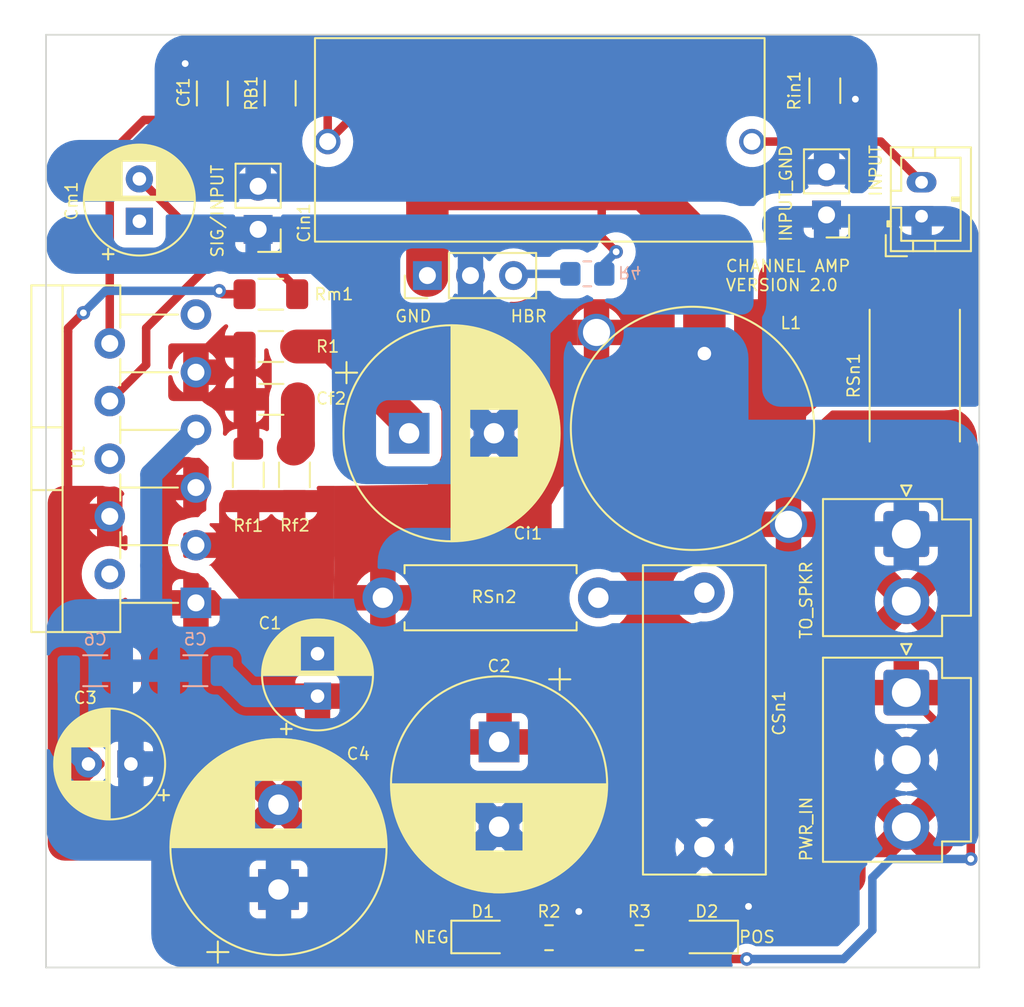
<source format=kicad_pcb>
(kicad_pcb (version 20221018) (generator pcbnew)
  (layers (0 "F.Cu" signal) (31 "B.Cu" signal) (34 "B.Paste" user) (35 "F.Paste" user) (36 "B.SilkS" user "B.Silkscreen") (37 "F.SilkS" user "F.Silkscreen") (38 "B.Mask" user) (39 "F.Mask" user) (44 "Edge.Cuts" user))
  (net 0 "")
  (net 1 "CH1-IN")
  (net 2 "Net-(Ci1-Pad1)")
  (net 3 "VP")
  (net 4 "VM")
  (net 5 "CH1-OUT")
  (net 6 "INPUTGND")
  (net 7 "PGND")
  (net 8 "Net-(CSn1-Pad2)")
  (net 9 "Net-(D1-A)")
  (net 10 "Net-(D2-A)")
  (net 11 "Net-(Cin1-Pad2)")
  (net 12 "Net-(L1-Pad1)")
  (net 13 "SIGGND")
  (net 14 "Net-(U1-+)")
  (net 15 "CH1GND")
  (net 16 "OPAMP_NEG")
  (net 17 "Net-(Cf2-Pad1)")
  (net 19 "Net-(U1-MUTE)")
  (net 20 "Net-(J4-Pin_3)")
  (footprint "Capacitor_SMD:C_1206_3216Metric_Pad1.33x1.80mm_HandSolder" (layer "F.Cu") (at 86.1 80.9125 90)
    (fp_text reference "Cf1" (at 0.0625 -1.7 90 unlocked) (layer "F.SilkS") (effects (font (size 0.7 0.7) (thickness 0.1))))
    (fp_text value "680p")
    (pad "1" smd roundrect (at -1.5625 0 90) (size 1.325 1.8) (layers "F.Cu" "F.Paste" "F.Mask") (roundrect_rratio 0.188679) (net 14 "Net-(U1-+)"))
    (pad "2" smd roundrect (at 1.5625 0 90) (size 1.325 1.8) (layers "F.Cu" "F.Paste" "F.Mask") (roundrect_rratio 0.188679) (net 6 "INPUTGND"))
  )
  (footprint "Resistor_SMD:R_1206_3216Metric_Pad1.30x1.75mm_HandSolder" (layer "F.Cu") (at 89.55 95.835)
    (fp_text reference "R1" (at 3.35 0 unlocked) (layer "F.SilkS") (effects (font (size 0.7 0.7) (thickness 0.1))))
    (fp_text value "1.0K")
    (pad "1" smd roundrect (at -1.55 0) (size 1.3 1.75) (layers "F.Cu" "F.Paste" "F.Mask") (roundrect_rratio 0.192308) (net 16 "OPAMP_NEG"))
    (pad "2" smd roundrect (at 1.55 0) (size 1.3 1.75) (layers "F.Cu" "F.Paste" "F.Mask") (roundrect_rratio 0.192308) (net 2 "Net-(Ci1-Pad1)"))
  )
  (footprint "Capacitor_THT:CP_Radial_D6.3mm_P2.50mm" (layer "F.Cu") (at 81.3 120.45 180)
    (fp_text reference "C3" (at 2.687379 3.9 unlocked) (layer "F.SilkS") (effects (font (size 0.7 0.7) (thickness 0.1))))
    (fp_text value "22U 50V")
    (pad "1" thru_hole rect (at 0 0 180) (size 1.6 1.6) (drill 0.8) (layers "*.Cu" "*.Mask") (net 7 "PGND"))
    (pad "2" thru_hole circle (at 2.5 0 180) (size 1.6 1.6) (drill 0.8) (layers "*.Cu" "*.Mask") (net 4 "VM"))
  )
  (footprint "Resistor_SMD:R_0805_2012Metric_Pad1.20x1.40mm_HandSolder" (layer "F.Cu") (at 111.27 130.695 180)
    (fp_text reference "R3" (at 0 1.545 unlocked) (layer "F.SilkS") (effects (font (size 0.7 0.7) (thickness 0.1))))
    (fp_text value "9.1K")
    (pad "1" smd roundrect (at -1 0 180) (size 1.2 1.4) (layers "F.Cu" "F.Paste" "F.Mask") (roundrect_rratio 0.208333) (net 10 "Net-(D2-A)"))
    (pad "2" smd roundrect (at 1 0 180) (size 1.2 1.4) (layers "F.Cu" "F.Paste" "F.Mask") (roundrect_rratio 0.208333) (net 3 "VP"))
  )
  (footprint "Capacitor_THT:CP_Radial_D6.3mm_P2.50mm" (layer "F.Cu") (at 92.3 116.45 90)
    (fp_text reference "C1" (at 4.3 -2.8 unlocked) (layer "F.SilkS") (effects (font (size 0.7 0.7) (thickness 0.1))))
    (fp_text value "22U 50V")
    (pad "1" thru_hole rect (at 0 0 90) (size 1.6 1.6) (drill 0.8) (layers "*.Cu" "*.Mask") (net 3 "VP"))
    (pad "2" thru_hole circle (at 2.5 0 90) (size 1.6 1.6) (drill 0.8) (layers "*.Cu" "*.Mask") (net 7 "PGND"))
  )
  (footprint "Capacitor_THT:CP_Radial_D12.5mm_P5.00mm" (layer "F.Cu") (at 97.7 100.95)
    (fp_text reference "Ci1" (at 7 5.9 unlocked) (layer "F.SilkS") (effects (font (size 0.7 0.7) (thickness 0.1))))
    (fp_text value "470U")
    (pad "1" thru_hole rect (at 0 0) (size 2.4 2.4) (drill 1.2) (layers "*.Cu" "*.Mask") (net 2 "Net-(Ci1-Pad1)"))
    (pad "2" thru_hole circle (at 5 0) (size 2.4 2.4) (drill 1.2) (layers "*.Cu" "*.Mask") (net 13 "SIGGND"))
  )
  (footprint "MountingHole:MountingHole_3mm" (layer "F.Cu") (at 128.8 129.95)
    (fp_text reference "H4" hide)
    (fp_text value "MountingHole")
    (pad "" np_thru_hole circle (at 0 0) (size 3 3) (drill 3) (layers "*.Cu" "*.Mask"))
  )
  (footprint "Connector_JST:JST_PH_B2B-PH-K_1x02_P2.00mm_Vertical" (layer "F.Cu") (at 127.9 88.15 90)
    (fp_text reference "J1" hide)
    (fp_text value "Conn_01x02_Male")
    (pad "1" thru_hole roundrect (at 0 0 90) (size 1.2 1.75) (drill 0.75) (layers "*.Cu" "*.Mask") (roundrect_rratio 0.208333) (net 15 "CH1GND"))
    (pad "2" thru_hole oval (at 2 0 90) (size 1.2 1.75) (drill 0.75) (layers "*.Cu" "*.Mask") (net 1 "CH1-IN"))
  )
  (footprint "Connector_JST:JST_VH_B3P-VH-B_1x03_P3.96mm_Vertical" (layer "F.Cu") (at 127 116.24 -90)
    (fp_text reference "J6" hide)
    (fp_text value "Conn_01x03_Male")
    (pad "1" thru_hole roundrect (at 0 0 270) (size 2.7 2.7) (drill 1.7) (layers "*.Cu" "*.Mask") (roundrect_rratio 0.092593) (net 3 "VP"))
    (pad "2" thru_hole circle (at 3.96 0 270) (size 2.7 2.7) (drill 1.7) (layers "*.Cu" "*.Mask") (net 7 "PGND"))
    (pad "3" thru_hole circle (at 7.92 0 270) (size 2.7 2.7) (drill 1.7) (layers "*.Cu" "*.Mask") (net 4 "VM"))
  )
  (footprint "Resistor_THT:R_Axial_DIN0411_L9.9mm_D3.6mm_P12.70mm_Horizontal" (layer "F.Cu") (at 108.85 110.65 180)
    (fp_text reference "RSn2" (at 6.15 0.05 unlocked) (layer "F.SilkS") (effects (font (size 0.7 0.7) (thickness 0.1))))
    (fp_text value "4R7")
    (pad "1" thru_hole circle (at 0 0 180) (size 2.4 2.4) (drill 1.2) (layers "*.Cu" "*.Mask") (net 8 "Net-(CSn1-Pad2)"))
    (pad "2" thru_hole oval (at 12.7 0 180) (size 2.4 2.4) (drill 1.2) (layers "*.Cu" "*.Mask") (net 12 "Net-(L1-Pad1)"))
  )
  (footprint "Connector_PinHeader_2.54mm:PinHeader_1x02_P2.54mm_Vertical" (layer "F.Cu") (at 122.3 88.075 180)
    (fp_text reference "J2" hide)
    (fp_text value "Conn_01x02_Male")
    (pad "1" thru_hole rect (at 0 0 180) (size 1.7 1.7) (drill 1) (layers "*.Cu" "*.Mask") (net 15 "CH1GND"))
    (pad "2" thru_hole oval (at 0 2.54 180) (size 1.7 1.7) (drill 1) (layers "*.Cu" "*.Mask") (net 6 "INPUTGND"))
  )
  (footprint "Resistor_SMD:R_1206_3216Metric_Pad1.30x1.75mm_HandSolder" (layer "F.Cu") (at 89.55 92.75 180)
    (fp_text reference "Rm1" (at -3.716667 0 unlocked) (layer "F.SilkS") (effects (font (size 0.7 0.7) (thickness 0.1))))
    (fp_text value "38.3K")
    (pad "1" smd roundrect (at -1.55 0 180) (size 1.3 1.75) (layers "F.Cu" "F.Paste" "F.Mask") (roundrect_rratio 0.192308) (net 19 "Net-(U1-MUTE)"))
    (pad "2" smd roundrect (at 1.55 0 180) (size 1.3 1.75) (layers "F.Cu" "F.Paste" "F.Mask") (roundrect_rratio 0.192308) (net 4 "VM"))
  )
  (footprint "MountingHole:MountingHole_3mm" (layer "F.Cu") (at 78.8 79.95)
    (fp_text reference "H1" hide)
    (fp_text value "MountingHole")
    (pad "" np_thru_hole circle (at 0 0) (size 3 3) (drill 3) (layers "*.Cu" "*.Mask"))
  )
  (footprint "Package_TO_SOT_THT:TO-220-11_P3.4x5.08mm_StaggerOdd_Lead4.85mm_Vertical" (layer "F.Cu") (at 85.135 110.95 90)
    (fp_text reference "U1" (at 8.6 -6.935 90 unlocked) (layer "F.SilkS") (effects (font (size 0.7 0.7) (thickness 0.1))))
    (fp_text value "LM3886")
    (pad "1" thru_hole rect (at 0 0 90) (size 1.8 1.8) (drill 1) (layers "*.Cu" "*.Mask") (net 3 "VP"))
    (pad "2" thru_hole oval (at 1.7 -5.08 90) (size 1.8 1.8) (drill 1) (layers "*.Cu" "*.Mask"))
    (pad "3" thru_hole oval (at 3.4 0 90) (size 1.8 1.8) (drill 1) (layers "*.Cu" "*.Mask") (net 12 "Net-(L1-Pad1)"))
    (pad "4" thru_hole oval (at 5.1 -5.08 90) (size 1.8 1.8) (drill 1) (layers "*.Cu" "*.Mask") (net 4 "VM"))
    (pad "5" thru_hole oval (at 6.8 0 90) (size 1.8 1.8) (drill 1) (layers "*.Cu" "*.Mask") (net 3 "VP"))
    (pad "6" thru_hole oval (at 8.5 -5.08 90) (size 1.8 1.8) (drill 1) (layers "*.Cu" "*.Mask"))
    (pad "7" thru_hole oval (at 10.2 0 90) (size 1.8 1.8) (drill 1) (layers "*.Cu" "*.Mask") (net 7 "PGND"))
    (pad "8" thru_hole oval (at 11.9 -5.08 90) (size 1.8 1.8) (drill 1) (layers "*.Cu" "*.Mask") (net 19 "Net-(U1-MUTE)"))
    (pad "9" thru_hole oval (at 13.6 0 90) (size 1.8 1.8) (drill 1) (layers "*.Cu" "*.Mask") (net 16 "OPAMP_NEG"))
    (pad "10" thru_hole oval (at 15.3 -5.08 90) (size 1.8 1.8) (drill 1) (layers "*.Cu" "*.Mask") (net 14 "Net-(U1-+)"))
    (pad "11" thru_hole oval (at 17 0 90) (size 1.8 1.8) (drill 1) (layers "*.Cu" "*.Mask"))
  )
  (footprint "Components:4.7uF Polypropylene Aliexpress" (layer "F.Cu") (at 105.4 83.75 180)
    (fp_text reference "Cin1" (at 13.9 -4.8 90 unlocked) (layer "F.SilkS") (effects (font (size 0.7 0.7) (thickness 0.1))))
    (fp_text value "4.7u")
    (pad "1" thru_hole circle (at -12.5 0 180) (size 1.5 1.5) (drill 1) (layers "*.Cu" "*.Mask") (net 1 "CH1-IN"))
    (pad "2" thru_hole circle (at 12.5 0 180) (size 1.5 1.5) (drill 1) (layers "*.Cu" "*.Mask") (net 11 "Net-(Cin1-Pad2)"))
  )
  (footprint "Connector_PinHeader_2.54mm:PinHeader_1x03_P2.54mm_Vertical" (layer "F.Cu") (at 98.775 91.65 90)
    (fp_text reference "J4" hide)
    (fp_text value "Conn_01x03_Male")
    (pad "1" thru_hole rect (at 0 0 90) (size 1.7 1.7) (drill 1) (layers "*.Cu" "*.Mask") (net 7 "PGND"))
    (pad "2" thru_hole oval (at 0 2.54 90) (size 1.7 1.7) (drill 1) (layers "*.Cu" "*.Mask") (net 13 "SIGGND"))
    (pad "3" thru_hole oval (at 0 5.08 90) (size 1.7 1.7) (drill 1) (layers "*.Cu" "*.Mask") (net 20 "Net-(J4-Pin_3)"))
  )
  (footprint "Capacitor_THT:C_Rect_L18.0mm_W7.0mm_P15.00mm_FKS3_FKP3" (layer "F.Cu") (at 115.1 125.35 90)
    (fp_text reference "CSn1" (at 7.9 4.4 90 unlocked) (layer "F.SilkS") (effects (font (size 0.7 0.7) (thickness 0.1))))
    (fp_text value " 220N PP 100V")
    (pad "1" thru_hole circle (at 0 0 90) (size 2.4 2.4) (drill 1.2) (layers "*.Cu" "*.Mask") (net 7 "PGND"))
    (pad "2" thru_hole circle (at 15 0 90) (size 2.4 2.4) (drill 1.2) (layers "*.Cu" "*.Mask") (net 8 "Net-(CSn1-Pad2)"))
  )
  (footprint "Resistor_SMD:R_0805_2012Metric_Pad1.20x1.40mm_HandSolder" (layer "F.Cu") (at 105.945 130.695)
    (fp_text reference "R2" (at 0 -1.545 unlocked) (layer "F.SilkS") (effects (font (size 0.7 0.7) (thickness 0.1))))
    (fp_text value "9.1K")
    (pad "1" smd roundrect (at -1 0) (size 1.2 1.4) (layers "F.Cu" "F.Paste" "F.Mask") (roundrect_rratio 0.208333) (net 9 "Net-(D1-A)"))
    (pad "2" smd roundrect (at 1 0) (size 1.2 1.4) (layers "F.Cu" "F.Paste" "F.Mask") (roundrect_rratio 0.208333) (net 7 "PGND"))
  )
  (footprint "MountingHole:MountingHole_3mm" (layer "F.Cu") (at 128.8 79.95)
    (fp_text reference "H2" hide)
    (fp_text value "MountingHole")
    (pad "" np_thru_hole circle (at 0 0) (size 3 3) (drill 3) (layers "*.Cu" "*.Mask"))
  )
  (footprint "Resistor_SMD:R_4020_10251Metric_Pad1.65x5.30mm_HandSolder" (layer "F.Cu") (at 127.5 97.55 90)
    (fp_text reference "RSn1" (at 0 -3.6 90 unlocked) (layer "F.SilkS") (effects (font (size 0.7 0.7) (thickness 0.1))))
    (fp_text value "10R")
    (pad "1" smd roundrect (at -4.9 0 90) (size 1.65 5.3) (layers "F.Cu" "F.Paste" "F.Mask") (roundrect_rratio 0.151515) (net 5 "CH1-OUT"))
    (pad "2" smd roundrect (at 4.9 0 90) (size 1.65 5.3) (layers "F.Cu" "F.Paste" "F.Mask") (roundrect_rratio 0.151515) (net 12 "Net-(L1-Pad1)"))
  )
  (footprint "Connector_JST:JST_VH_B2P-VH_1x02_P3.96mm_Vertical" (layer "F.Cu") (at 127 106.89 -90)
    (fp_text reference "J5" hide)
    (fp_text value "Conn_01x02_Male")
    (pad "1" thru_hole roundrect (at 0 0 270) (size 2.7 2.7) (drill 1.7) (layers "*.Cu" "*.Mask") (roundrect_rratio 0.092593) (net 7 "PGND"))
    (pad "2" thru_hole circle (at 3.96 0 270) (size 2.7 2.7) (drill 1.7) (layers "*.Cu" "*.Mask") (net 5 "CH1-OUT"))
  )
  (footprint "LED_SMD:LED_0805_2012Metric_Pad1.15x1.40mm_HandSolder" (layer "F.Cu") (at 115.225 130.65 180)
    (fp_text reference "D2" (at -0.02 1.5 unlocked) (layer "F.SilkS") (effects (font (size 0.7 0.7) (thickness 0.1))))
    (fp_text value "BLUE")
    (pad "1" smd roundrect (at -1.025 0 180) (size 1.15 1.4) (layers "F.Cu" "F.Paste" "F.Mask") (roundrect_rratio 0.217391) (net 7 "PGND"))
    (pad "2" smd roundrect (at 1.025 0 180) (size 1.15 1.4) (layers "F.Cu" "F.Paste" "F.Mask") (roundrect_rratio 0.217391) (net 10 "Net-(D2-A)"))
  )
  (footprint "Resistor_SMD:R_1206_3216Metric_Pad1.30x1.75mm_HandSolder" (layer "F.Cu") (at 122.2 80.75 90)
    (fp_text reference "Rin1" (at 0 -1.8 90 unlocked) (layer "F.SilkS") (effects (font (size 0.7 0.7) (thickness 0.1))))
    (fp_text value "20K")
    (pad "1" smd roundrect (at -1.55 0 90) (size 1.3 1.75) (layers "F.Cu" "F.Paste" "F.Mask") (roundrect_rratio 0.192308) (net 6 "INPUTGND"))
    (pad "2" smd roundrect (at 1.55 0 90) (size 1.3 1.75) (layers "F.Cu" "F.Paste" "F.Mask") (roundrect_rratio 0.192308) (net 11 "Net-(Cin1-Pad2)"))
  )
  (footprint "Capacitor_THT:CP_Radial_D6.3mm_P2.50mm" (layer "F.Cu") (at 81.8 88.45 90)
    (fp_text reference "Cm1" (at 1.2 -4 90 unlocked) (layer "F.SilkS") (effects (font (size 0.7 0.7) (thickness 0.1))))
    (fp_text value "47U 50V")
    (pad "1" thru_hole rect (at 0 0 90) (size 1.6 1.6) (drill 0.8) (layers "*.Cu" "*.Mask"))
    (pad "2" thru_hole circle (at 2.5 0 90) (size 1.6 1.6) (drill 0.8) (layers "*.Cu" "*.Mask") (net 19 "Net-(U1-MUTE)"))
  )
  (footprint "Capacitor_SMD:C_1206_3216Metric_Pad1.33x1.80mm_HandSolder" (layer "F.Cu") (at 89.58 98.95 180)
    (fp_text reference "Cf2" (at -3.52 0.05 unlocked) (layer "F.SilkS") (effects (font (size 0.7 0.7) (thickness 0.1))))
    (fp_text value "47P")
    (pad "1" smd roundrect (at -1.5625 0 180) (size 1.325 1.8) (layers "F.Cu" "F.Paste" "F.Mask") (roundrect_rratio 0.188679) (net 17 "Net-(Cf2-Pad1)"))
    (pad "2" smd roundrect (at 1.5625 0 180) (size 1.325 1.8) (layers "F.Cu" "F.Paste" "F.Mask") (roundrect_rratio 0.188679) (net 16 "OPAMP_NEG"))
  )
  (footprint "Capacitor_THT:CP_Radial_D12.5mm_P5.00mm" (layer "F.Cu") (at 103 119.15 -90)
    (fp_text reference "C2" (at -4.476041 0 unlocked) (layer "F.SilkS") (effects (font (size 0.7 0.7) (thickness 0.1))))
    (fp_text value "1000U 50V")
    (pad "1" thru_hole rect (at 0 0 270) (size 2.4 2.4) (drill 1.2) (layers "*.Cu" "*.Mask") (net 3 "VP"))
    (pad "2" thru_hole circle (at 5 0 270) (size 2.4 2.4) (drill 1.2) (layers "*.Cu" "*.Mask") (net 7 "PGND"))
  )
  (footprint "MountingHole:MountingHole_3mm" (layer "F.Cu") (at 78.8 129.95)
    (fp_text reference "H3" hide)
    (fp_text value "MountingHole")
    (pad "" np_thru_hole circle (at 0 0) (size 3 3) (drill 3) (layers "*.Cu" "*.Mask"))
  )
  (footprint "Resistor_SMD:R_1206_3216Metric_Pad1.30x1.75mm_HandSolder" (layer "F.Cu") (at 90.94 103.4 90)
    (fp_text reference "Rf2" (at -2.98 0.03 unlocked) (layer "F.SilkS") (effects (font (size 0.7 0.7) (thickness 0.1))))
    (fp_text value "20K")
    (pad "1" smd roundrect (at -1.55 0 90) (size 1.3 1.75) (layers "F.Cu" "F.Paste" "F.Mask") (roundrect_rratio 0.192308) (net 12 "Net-(L1-Pad1)"))
    (pad "2" smd roundrect (at 1.55 0 90) (size 1.3 1.75) (layers "F.Cu" "F.Paste" "F.Mask") (roundrect_rratio 0.192308) (net 17 "Net-(Cf2-Pad1)"))
  )
  (footprint "Resistor_SMD:R_1206_3216Metric_Pad1.30x1.75mm_HandSolder" (layer "F.Cu") (at 90.1 80.9 -90)
    (fp_text reference "RB1" (at 0 1.7 90 unlocked) (layer "F.SilkS") (effects (font (size 0.7 0.7) (thickness 0.1))))
    (fp_text value "1.2K")
    (pad "1" smd roundrect (at -1.55 0 270) (size 1.3 1.75) (layers "F.Cu" "F.Paste" "F.Mask") (roundrect_rratio 0.192308) (net 11 "Net-(Cin1-Pad2)"))
    (pad "2" smd roundrect (at 1.55 0 270) (size 1.3 1.75) (layers "F.Cu" "F.Paste" "F.Mask") (roundrect_rratio 0.192308) (net 14 "Net-(U1-+)"))
  )
  (footprint "Resistor_SMD:R_1206_3216Metric_Pad1.30x1.75mm_HandSolder" (layer "F.Cu") (at 88.22 103.4 90)
    (fp_text reference "Rf1" (at -3 0 unlocked) (layer "F.SilkS") (effects (font (size 0.7 0.7) (thickness 0.1))))
    (fp_text value "23.4K")
    (pad "1" smd roundrect (at -1.55 0 90) (size 1.3 1.75) (layers "F.Cu" "F.Paste" "F.Mask") (roundrect_rratio 0.192308) (net 12 "Net-(L1-Pad1)"))
    (pad "2" smd roundrect (at 1.55 0 90) (size 1.3 1.75) (layers "F.Cu" "F.Paste" "F.Mask") (roundrect_rratio 0.192308) (net 16 "OPAMP_NEG"))
  )
  (footprint "Connector_PinHeader_2.54mm:PinHeader_1x02_P2.54mm_Vertical" (layer "F.Cu") (at 88.8 88.925 180)
    (fp_text reference "J3" hide)
    (fp_text value "Conn_01x02_Male")
    (pad "1" thru_hole rect (at 0 0 180) (size 1.7 1.7) (drill 1) (layers "*.Cu" "*.Mask") (net 13 "SIGGND"))
    (pad "2" thru_hole oval (at 0 2.54 180) (size 1.7 1.7) (drill 1) (layers "*.Cu" "*.Mask") (net 6 "INPUTGND"))
  )
  (footprint "Components:500nH Inductor Aliexpress Air Gap" (layer "F.Cu") (at 114.4 100.65973 -45)
    (fp_text reference "L1" (at -0.289723 -8.492162 unlocked) (layer "F.SilkS") (effects (font (size 0.7 0.7) (thickness 0.1))))
    (fp_text value "500nH")
    (pad "1" thru_hole circle (at -8 0 315) (size 2.2 2.2) (drill 1.6) (layers "*.Cu" "*.Mask") (net 12 "Net-(L1-Pad1)"))
    (pad "2" thru_hole circle (at 8 0 315) (size 2.2 2.2) (drill 1.6) (layers "*.Cu" "*.Mask") (net 5 "CH1-OUT"))
  )
  (footprint "LED_SMD:LED_0805_2012Metric_Pad1.15x1.40mm_HandSolder" (layer "F.Cu") (at 102.045 130.65)
    (fp_text reference "D1" (at 0 -1.5 unlocked) (layer "F.SilkS") (effects (font (size 0.7 0.7) (thickness 0.1))))
    (fp_text value "YELLOW")
    (pad "1" smd roundrect (at -1.025 0) (size 1.15 1.4) (layers "F.Cu" "F.Paste" "F.Mask") (roundrect_rratio 0.217391) (net 4 "VM"))
    (pad "2" smd roundrect (at 1.025 0) (size 1.15 1.4) (layers "F.Cu" "F.Paste" "F.Mask") (roundrect_rratio 0.217391) (net 9 "Net-(D1-A)"))
  )
  (footprint "Capacitor_THT:CP_Radial_D12.5mm_P5.00mm" (layer "F.Cu") (at 90 127.85 90)
    (fp_text reference "C4" (at 8 4.7 unlocked) (layer "F.SilkS") (effects (font (size 0.7 0.7) (thickness 0.1))))
    (fp_text value "1000U 50V")
    (pad "1" thru_hole rect (at 0 0 90) (size 2.4 2.4) (drill 1.2) (layers "*.Cu" "*.Mask") (net 7 "PGND"))
    (pad "2" thru_hole circle (at 5 0 90) (size 2.4 2.4) (drill 1.2) (layers "*.Cu" "*.Mask") (net 4 "VM"))
  )
  (footprint "Resistor_SMD:R_0805_2012Metric_Pad1.20x1.40mm_HandSolder" (layer "B.Cu") (at 108.2 91.55)
    (fp_text reference "R4" (at 2.5 -0.1 180 unlocked) (layer "B.SilkS") (effects (font (size 0.7 0.7) (thickness 0.1)) (justify mirror)))
    (fp_text value "15R")
    (pad "1" smd roundrect (at -1 0) (size 1.2 1.4) (layers "B.Cu" "B.Paste" "B.Mask") (roundrect_rratio 0.208333) (net 20 "Net-(J4-Pin_3)"))
    (pad "2" smd roundrect (at 1 0) (size 1.2 1.4) (layers "B.Cu" "B.Paste" "B.Mask") (roundrect_rratio 0.208333) (net 7 "PGND"))
  )
  (footprint "Capacitor_SMD:C_1206_3216Metric_Pad1.33x1.80mm_HandSolder" (layer "B.Cu") (at 85.1 114.95 180)
    (fp_text reference "C5" (at 0 1.85 unlocked) (layer "B.SilkS") (effects (font (size 0.7 0.7) (thickness 0.1)) (justify mirror)))
    (fp_text value "4.7U X7R 50V")
    (pad "1" smd roundrect (at -1.5625 0 180) (size 1.325 1.8) (layers "B.Cu" "B.Paste" "B.Mask") (roundrect_rratio 0.188679) (net 3 "VP"))
    (pad "2" smd roundrect (at 1.5625 0 180) (size 1.325 1.8) (layers "B.Cu" "B.Paste" "B.Mask") (roundrect_rratio 0.188679) (net 7 "PGND"))
  )
  (footprint "Capacitor_SMD:C_1206_3216Metric_Pad1.33x1.80mm_HandSolder" (layer "B.Cu") (at 79.2 114.95 180)
    (fp_text reference "C6" (at 0 1.85 unlocked) (layer "B.SilkS") (effects (font (size 0.7 0.7) (thickness 0.1)) (justify mirror)))
    (fp_text value "4.7U X7R 50V")
    (pad "1" smd roundrect (at -1.5625 0 180) (size 1.325 1.8) (layers "B.Cu" "B.Paste" "B.Mask") (roundrect_rratio 0.188679) (net 7 "PGND"))
    (pad "2" smd roundrect (at 1.5625 0 180) (size 1.325 1.8) (layers "B.Cu" "B.Paste" "B.Mask") (roundrect_rratio 0.188679) (net 4 "VM"))
  )
  (gr_line (start 131.3 77.45) (end 131.3 132.45) (stroke (width 0.1)) (layer "Edge.Cuts"))
  (gr_line (start 76.3 77.45) (end 76.3 132.45) (stroke (width 0.1)) (layer "Edge.Cuts"))
  (gr_line (start 76.3 77.45) (end 131.3 77.45) (stroke (width 0.1)) (layer "Edge.Cuts"))
  (gr_line (start 76.3 132.45) (end 131.3 132.45) (stroke (width 0.1)) (layer "Edge.Cuts"))
  (gr_text "GND" (at 96.815 94.05) (layer "F.SilkS") (effects (font (size 0.7 0.7) (thickness 0.1)) (justify left)))
  (gr_text "INPUT_GND" (at 119.9 89.716666 90) (layer "F.SilkS") (effects (font (size 0.7 0.7) (thickness 0.1)) (justify left)))
  (gr_text "HBR\n" (at 103.615 94.05) (layer "F.SilkS") (effects (font (size 0.7 0.7) (thickness 0.1)) (justify left)))
  (gr_text "TO_SPKR" (at 121.1 113.136801 90) (layer "F.SilkS") (effects (font (size 0.7 0.7) (thickness 0.1)) (justify left)))
  (gr_text "POS" (at 117.085 130.65) (layer "F.SilkS") (effects (font (size 0.7 0.7) (thickness 0.1)) (justify left)))
  (gr_text "PWR_IN\n" (at 121.1 126.25 90) (layer "F.SilkS") (effects (font (size 0.7 0.7) (thickness 0.1)) (justify left)))
  (gr_text "SIG/INPUT\n" (at 86.4 90.65 90) (layer "F.SilkS") (effects (font (size 0.7 0.7) (thickness 0.1)) (justify left)))
  (gr_text "CHANNEL AMP\nVERSION 2.0" (at 116.3 91.65) (layer "F.SilkS") (effects (font (size 0.7 0.7) (thickness 0.1)) (justify left)))
  (gr_text "NEG" (at 97.9 130.665) (layer "F.SilkS") (effects (font (size 0.7 0.7) (thickness 0.1)) (justify left)))
  (gr_text "INPUT" (at 125.2 87.05 90) (layer "F.SilkS") (effects (font (size 0.7 0.7) (thickness 0.1)) (justify left)))
  (segment (start 125.5 83.75) (end 117.9 83.75) (width 0.5) (layer "F.Cu") (net 1))
  (segment (start 127.9 86.15) (end 125.5 83.75) (width 0.5) (layer "F.Cu") (net 1))
  (segment (start 93.185 95.835) (end 97.7 100.35) (width 2) (layer "F.Cu") (net 2))
  (segment (start 91.1 95.835) (end 93.185 95.835) (width 2) (layer "F.Cu") (net 2))
  (segment (start 127 116.24) (end 130.8 120.04) (width 0.5) (layer "F.Cu") (net 3))
  (segment (start 117.6 131.95) (end 111.525 131.95) (width 0.5) (layer "F.Cu") (net 3))
  (segment (start 111.525 131.95) (end 110.27 130.695) (width 0.5) (layer "F.Cu") (net 3))
  (segment (start 130.8 120.04) (end 130.8 126.05) (width 0.5) (layer "F.Cu") (net 3))
  (via (at 117.6 131.95) (size 0.8) (drill 0.4) (layers "F.Cu" "B.Cu") (net 3))
  (via (at 130.8 126.05) (size 0.8) (drill 0.4) (layers "F.Cu" "B.Cu") (net 3))
  (segment (start 88.1625 116.45) (end 86.6625 114.95) (width 1.3) (layer "B.Cu") (net 3))
  (segment (start 92.3 116.45) (end 88.1625 116.45) (width 1.3) (layer "B.Cu") (net 3))
  (segment (start 125 130.25) (end 123.3 131.95) (width 0.5) (layer "B.Cu") (net 3))
  (segment (start 123.3 131.95) (end 117.6 131.95) (width 0.5) (layer "B.Cu") (net 3))
  (segment (start 125 127.15) (end 125 130.25) (width 0.5) (layer "B.Cu") (net 3))
  (segment (start 130.8 126.05) (end 126.1 126.05) (width 0.5) (layer "B.Cu") (net 3))
  (segment (start 126.1 126.05) (end 125 127.15) (width 0.5) (layer "B.Cu") (net 3))
  (segment (start 77.6 104.45) (end 77.3 104.75) (width 0.5) (layer "F.Cu") (net 4))
  (segment (start 88.1 92.75) (end 86.7 92.75) (width 0.5) (layer "F.Cu") (net 4))
  (segment (start 77.6 94.75) (end 77.6 94.95) (width 0.5) (layer "F.Cu") (net 4))
  (segment (start 86.7 92.75) (end 86.5 92.55) (width 0.5) (layer "F.Cu") (net 4))
  (segment (start 78.5 93.85) (end 77.6 94.75) (width 0.5) (layer "F.Cu") (net 4))
  (segment (start 97 130.65) (end 94 127.65) (width 0.5) (layer "F.Cu") (net 4))
  (segment (start 77.6 94.95) (end 77.6 104.45) (width 0.5) (layer "F.Cu") (net 4))
  (segment (start 101.02 130.65) (end 97 130.65) (width 0.5) (layer "F.Cu") (net 4))
  (via (at 78.5 93.85) (size 0.8) (drill 0.4) (layers "F.Cu" "B.Cu") (net 4))
  (via (at 86.5 92.55) (size 0.8) (drill 0.4) (layers "F.Cu" "B.Cu") (net 4))
  (segment (start 86.5 92.55) (end 79.8 92.55) (width 0.5) (layer "B.Cu") (net 4))
  (segment (start 77.6375 119.2875) (end 78.8 120.45) (width 1.3) (layer "B.Cu") (net 4))
  (segment (start 79.8 92.55) (end 78.5 93.85) (width 0.5) (layer "B.Cu") (net 4))
  (segment (start 77.6375 114.95) (end 77.6375 119.2875) (width 1.3) (layer "B.Cu") (net 4))
  (segment (start 122.2 82.3) (end 122.95 82.3) (width 0.5) (layer "F.Cu") (net 6))
  (segment (start 122.95 82.3) (end 124 81.25) (width 0.5) (layer "F.Cu") (net 6))
  (segment (start 84.7 79.35) (end 84.5 79.15) (width 0.5) (layer "F.Cu") (net 6))
  (segment (start 86.1 79.35) (end 84.7 79.35) (width 0.5) (layer "F.Cu") (net 6))
  (via (at 124 81.25) (size 0.8) (drill 0.4) (layers "F.Cu" "B.Cu") (net 6))
  (via (at 84.5 79.15) (size 0.8) (drill 0.4) (layers "F.Cu" "B.Cu") (net 6))
  (segment (start 99.5 86.55) (end 109.3 86.55) (width 2.5) (layer "F.Cu") (net 7))
  (segment (start 116.25 130.3) (end 117.7 128.85) (width 0.5) (layer "F.Cu") (net 7))
  (segment (start 109.05 89.4) (end 109.9 90.25) (width 0.5) (layer "F.Cu") (net 7))
  (segment (start 98.775 91.65) (end 98.9 91.65) (width 0.5) (layer "F.Cu") (net 7))
  (segment (start 109.05 86.8) (end 109.05 89.4) (width 0.5) (layer "F.Cu") (net 7))
  (segment (start 106.945 130.695) (end 106.945 129.905) (width 0.5) (layer "F.Cu") (net 7))
  (segment (start 111.6 86.55) (end 112.3 87.25) (width 2.5) (layer "F.Cu") (net 7))
  (segment (start 98.775 91.65) (end 98.775 87.275) (width 2.5) (layer "F.Cu") (net 7))
  (segment (start 112.3 87.25) (end 115.1 90.05) (width 2.5) (layer "F.Cu") (net 7))
  (segment (start 109.3 86.55) (end 109.05 86.8) (width 0.5) (layer "F.Cu") (net 7))
  (segment (start 109.3 86.55) (end 111.6 86.55) (width 2.5) (layer "F.Cu") (net 7))
  (segment (start 115.1 90.05) (end 115.1 96.25) (width 2.5) (layer "F.Cu") (net 7))
  (segment (start 116.25 130.65) (end 116.25 130.3) (width 0.5) (layer "F.Cu") (net 7))
  (segment (start 98.775 87.275) (end 99.5 86.55) (width 2.5) (layer "F.Cu") (net 7))
  (segment (start 106.945 129.905) (end 107.7 129.15) (width 0.5) (layer "F.Cu") (net 7))
  (via (at 115.1 96.25) (size 2) (drill 0.8) (layers "F.Cu" "B.Cu") (net 7))
  (via (at 107.7 129.15) (size 0.8) (drill 0.4) (layers "F.Cu" "B.Cu") (net 7))
  (via (at 117.7 128.85) (size 0.8) (drill 0.4) (layers "F.Cu" "B.Cu") (net 7))
  (via (at 109.9 90.25) (size 0.8) (drill 0.4) (layers "F.Cu" "B.Cu") (net 7))
  (segment (start 109.2 91.55) (end 109.2 90.95) (width 0.5) (layer "B.Cu") (net 7))
  (segment (start 109.2 90.95) (end 109.9 90.25) (width 0.5) (layer "B.Cu") (net 7))
  (segment (start 82.5 108.75) (end 82.5 111.65) (width 1.3) (layer "B.Cu") (net 7))
  (segment (start 82.5 103.385) (end 82.5 108.75) (width 1.3) (layer "B.Cu") (net 7))
  (segment (start 85.135 100.75) (end 82.5 103.385) (width 1.3) (layer "B.Cu") (net 7))
  (segment (start 82.5 111.65) (end 82.6 111.75) (width 1.3) (layer "B.Cu") (net 7))
  (segment (start 108.85 110.65) (end 114.3 110.65) (width 2) (layer "B.Cu") (net 8))
  (segment (start 114.3 110.65) (end 114.6 110.35) (width 2) (layer "B.Cu") (net 8))
  (segment (start 104.9 130.65) (end 104.945 130.695) (width 0.5) (layer "F.Cu") (net 9))
  (segment (start 103.07 130.65) (end 104.9 130.65) (width 0.5) (layer "F.Cu") (net 9))
  (segment (start 114.155 130.695) (end 114.2 130.65) (width 0.5) (layer "F.Cu") (net 10))
  (segment (start 112.27 130.695) (end 114.155 130.695) (width 0.5) (layer "F.Cu") (net 10))
  (segment (start 122.2 79.2) (end 97.45 79.2) (width 0.5) (layer "F.Cu") (net 11))
  (segment (start 92.9 82.15) (end 92.9 83.75) (width 0.5) (layer "F.Cu") (net 11))
  (segment (start 97.45 79.2) (end 92.9 83.75) (width 0.5) (layer "F.Cu") (net 11))
  (segment (start 90.1 79.35) (end 92.9 82.15) (width 0.5) (layer "F.Cu") (net 11))
  (segment (start 80.055 95.65) (end 80.055 84.495) (width 0.5) (layer "F.Cu") (net 14))
  (segment (start 90.1 82.45) (end 86.125 82.45) (width 0.5) (layer "F.Cu") (net 14))
  (segment (start 80.055 84.495) (end 82.075 82.475) (width 0.5) (layer "F.Cu") (net 14))
  (segment (start 82.075 82.475) (end 86.1 82.475) (width 0.5) (layer "F.Cu") (net 14))
  (segment (start 86.125 82.45) (end 86.1 82.475) (width 0.5) (layer "F.Cu") (net 14))
  (segment (start 91.1425 101.6075) (end 90.9 101.85) (width 2) (layer "F.Cu") (net 17))
  (segment (start 91.1425 98.95) (end 91.1425 101.6075) (width 2) (layer "F.Cu") (net 17))
  (segment (start 85.7 91.05) (end 85.7 89.85) (width 0.5) (layer "F.Cu") (net 19))
  (segment (start 91.2 92.55) (end 89.8 91.15) (width 0.5) (layer "F.Cu") (net 19))
  (segment (start 82.2 96.905) (end 82.2 94.75) (width 0.5) (layer "F.Cu") (net 19))
  (segment (start 82.2 94.75) (end 85.8 91.15) (width 0.5) (layer "F.Cu") (net 19))
  (segment (start 85.7 89.85) (end 81.8 85.95) (width 0.5) (layer "F.Cu") (net 19))
  (segment (start 85.8 91.15) (end 85.7 91.05) (width 0.5) (layer "F.Cu") (net 19))
  (segment (start 80.055 99.05) (end 82.2 96.905) (width 0.5) (layer "F.Cu") (net 19))
  (segment (start 89.8 91.15) (end 85.8 91.15) (width 0.5) (layer "F.Cu") (net 19))
  (segment (start 91.2 92.75) (end 91.2 92.55) (width 0.5) (layer "F.Cu") (net 19))
  (segment (start 103.955 91.55) (end 103.855 91.65) (width 0.5) (layer "F.Cu") (net 20))
  (segment (start 107.2 91.55) (end 103.955 91.55) (width 0.5) (layer "B.Cu") (net 20))
  (segment (start 103.955 91.55) (end 103.855 91.65) (width 0.5) (layer "B.Cu") (net 20))
  (zone (net 12) (net_name "Net-(L1-Pad1)") (layer "F.Cu") (priority 4) (connect_pads (clearance 0.5)) (min_thickness 0.254) (fill yes (thermal_gap 0.508) (thermal_bridge_width 1.5) (smoothing fillet) (radius 2))
    (polygon (pts (xy 118.3 90.65) (xy 131.2 90.65) (xy 131.2 98.85) (xy 122.3 98.85) (xy 121.1 99.95) (xy 120.9 103.25) (xy 106.3 103.522661) (xy 106.2 99.153122) (xy 106.2 94.55) (xy 107.6 93.05) (xy 112.3 93.05) (xy 118.254299 93.05)))
  )
  (zone (net 4) (net_name "VM") (layer "F.Cu") (connect_pads (clearance 0.75)) (min_thickness 0.254) (fill yes (thermal_gap 0.508) (thermal_bridge_width 1.5) (smoothing fillet) (radius 1))
    (polygon (pts (xy 81.1 121.05) (xy 129.8 121.05) (xy 129.8 125.95) (xy 124.6 125.95) (xy 124.6 128.15) (xy 82.6 128.15) (xy 82.6 126.15) (xy 76.4 126.15) (xy 76.4 104.05) (xy 81.1 104.05)))
  )
  (zone (net 16) (net_name "OPAMP_NEG") (layer "F.Cu") (priority 6) (connect_pads (clearance 0.7)) (min_thickness 0.254) (fill yes (thermal_gap 0.508) (thermal_bridge_width 1.5) (smoothing fillet) (radius 2))
    (polygon (pts (xy 85.7 95.65) (xy 87.2 94.15) (xy 89.6 94.15) (xy 89.6 102.35) (xy 89.2 102.85) (xy 87.3 102.85) (xy 85.9 99.35) (xy 85.6 99.15) (xy 85.5 99.05) (xy 83.5 99.05) (xy 83.5 98.45) (xy 83.5 97.65) (xy 83.5 95.65) (xy 83.9 95.65)))
  )
  (zone (net 3) (net_name "VP") (layer "F.Cu") (connect_pads (clearance 0.75)) (min_thickness 0.254) (fill yes (thermal_gap 0.508) (thermal_bridge_width 1.5) (smoothing chamfer) (radius 1))
    (polygon (pts (xy 86.3 110.05) (xy 89.407734 113.848342) (xy 99.497845 113.807302) (xy 111.895691 113.764605) (xy 129.804601 113.729842) (xy 129.705026 120.230315) (xy 81.900067 120.250778) (xy 81.900022 102.350006) (xy 86.3 102.35)))
  )
  (zone (net 12) (net_name "Net-(L1-Pad1)") (layer "F.Cu") (priority 7) (connect_pads (clearance 0.7)) (min_thickness 0.254) (fill yes (thermal_gap 0.508) (thermal_bridge_width 1.5) (smoothing fillet) (radius 2))
    (polygon (pts (xy 107.6 93.05) (xy 103.6 93.05) (xy 99.5 97.15) (xy 99.5 103.15) (xy 98.798969 103.977509) (xy 93.3 104.055685) (xy 93.3 108.15) (xy 93.2 113.25) (xy 106.6 113.25) (xy 106.1 113.75) (xy 106.1 105.15) (xy 106.677313 104.15) (xy 107.6 103.55)))
  )
  (zone (net 12) (net_name "Net-(L1-Pad1)") (layer "F.Cu") (priority 5) (connect_pads (clearance 0.75)) (min_thickness 0.254) (fill yes (thermal_gap 0.508) (thermal_bridge_width 1.5) (smoothing fillet) (radius 2))
    (polygon (pts (xy 84.442857 106.25) (xy 85.1 106.25) (xy 86.5 106.25) (xy 86.5 104.05) (xy 93.9 104.05) (xy 93.9 113.35) (xy 91.467952 113.517952) (xy 90 113.45) (xy 86 108.75) (xy 84.021699 108.75) (xy 84 106.25)))
  )
  (zone (net 5) (net_name "CH1-OUT") (layer "F.Cu") (connect_pads (clearance 0.75)) (min_thickness 0.254) (fill yes (thermal_gap 0.508) (thermal_bridge_width 1.5) (smoothing fillet) (radius 2))
    (polygon (pts (xy 131.302275 112.949052) (xy 109 113.05) (xy 106.7 112.807895) (xy 106.7 104.05) (xy 121.1 104.05) (xy 121.6 99.35) (xy 131.164165 99.385835)))
  )
  (zone (net 7) (net_name "PGND") (layer "B.Cu") (connect_pads (clearance 0.5)) (min_thickness 0.254) (fill yes (thermal_gap 0.508) (thermal_bridge_width 1.5) (smoothing fillet) (radius 2))
    (polygon (pts (xy 106.8 94.499321) (xy 117.7 94.548643) (xy 117.7 100.15) (xy 132.1 100.15) (xy 132.1 126.25) (xy 124.7 126.25) (xy 124.7 133.25) (xy 82.5 133.25) (xy 82.5 126.15) (xy 75 126.15) (xy 75.1 110.75) (xy 86 110.7) (xy 95.807496 110.7) (xy 95.87981 106.520572) (xy 106.8 106.55)))
  )
  (zone (net 15) (net_name "CH1GND") (layer "B.Cu") (priority 2) (connect_pads (clearance 0.75)) (min_thickness 0.25) (fill yes (thermal_gap 0.5) (thermal_bridge_width 1.5) (smoothing fillet) (radius 2))
    (polygon (pts (xy 119.025 87.55) (xy 131.7 87.55) (xy 131.7 98.85) (xy 131.164165 99.385835) (xy 119.135835 99.385835) (xy 118.5 98.75) (xy 118.5 88.15)))
  )
  (zone (net 6) (net_name "INPUTGND") (layer "B.Cu") (priority 1) (connect_pads (clearance 0.75)) (min_thickness 0.25) (fill yes (thermal_gap 0.5) (thermal_bridge_width 1.5) (smoothing fillet) (radius 2))
    (polygon (pts (xy 125.3 77.05) (xy 125.3 87.15) (xy 118.633333 87.15) (xy 118.3 87.55) (xy 117 87.55) (xy 75.6 87.55) (xy 75.5 85.35) (xy 75.5 83.75) (xy 75.6 83.65) (xy 81.4 83.65) (xy 82.7 82.35) (xy 82.7 76.85) (xy 125.1 76.85)))
  )
  (zone (net 13) (net_name "SIGGND") (layer "B.Cu") (priority 3) (connect_pads (clearance 0.75)) (min_thickness 0.25) (fill yes (thermal_gap 0.5) (thermal_bridge_width 1.5) (smoothing fillet) (radius 2))
    (polygon (pts (xy 118 88.05) (xy 118 93.55) (xy 117.6 93.95) (xy 107.1 93.95) (xy 106.035843 95.050413) (xy 105.933364 103.95) (xy 93.2 103.95) (xy 93.1 92.65) (xy 91.9 91.55) (xy 76 91.55) (xy 75 90.05) (xy 75 88.25) (xy 75.2 88.05)))
  )
)
</source>
